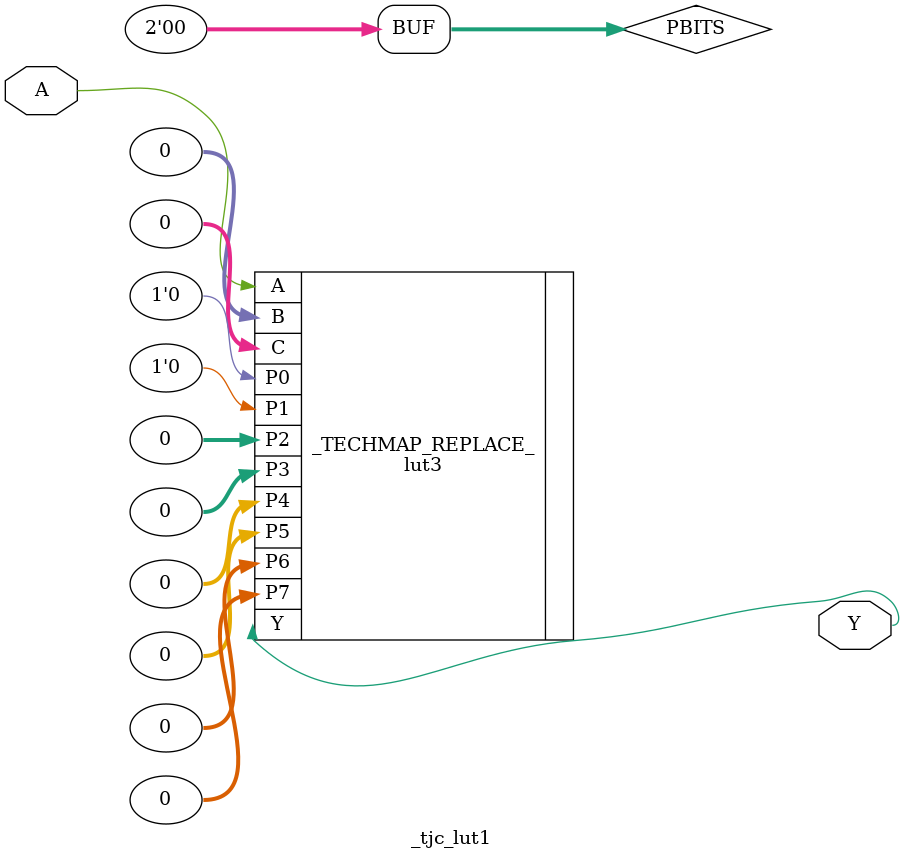
<source format=v>

(* techmap_celltype = "\$lut" *)
module _tjc_lut3 (A, Y);
    parameter LUT = 8'h0;
    parameter WIDTH = 3;
    input [WIDTH-1:0] A;
    output Y;

    wire _TECHMAP_FAIL_ = (WIDTH != 3);

    wire [2**WIDTH-1:0] PBITS = LUT;

    (* LUT=LUT *)
    lut3 _TECHMAP_REPLACE_(.C(A[2]), .B(A[1]), .A(A[0]),
            .P7(PBITS[7]),
            .P6(PBITS[6]),
            .P5(PBITS[5]),
            .P4(PBITS[4]),
            .P3(PBITS[3]),
            .P2(PBITS[2]),
            .P1(PBITS[1]),
            .P0(PBITS[0]),
            .Y(Y));
endmodule


(* techmap_celltype = "\$lut" *)
module _tjc_lut2 (A, Y);
    parameter LUT = 4'h0;
    parameter WIDTH = 2;
    input [WIDTH-1:0] A;
    output Y;

    wire _TECHMAP_FAIL_ = (WIDTH != 2);

    wire [2**WIDTH-1:0] PBITS = LUT;

    (* LUT=LUT *)
    lut3 _TECHMAP_REPLACE_(.C(0), .B(A[1]), .A(A[0]),
            .P7(0),
            .P6(0),
            .P5(0),
            .P4(0),
            .P3(PBITS[3]),
            .P2(PBITS[2]),
            .P1(PBITS[1]),
            .P0(PBITS[0]),
            .Y(Y));
endmodule


(* techmap_celltype = "\$lut" *)
module _tjc_lut1 (A, Y);
    parameter LUT = 2'h0;
    parameter WIDTH = 1;
    input [WIDTH-1:0] A;
    output Y;

    wire _TECHMAP_FAIL_ = (WIDTH != 1);

    wire [2**WIDTH-1:0] PBITS = LUT;

    (* LUT=LUT *)
    lut3 _TECHMAP_REPLACE_(.C(0), .B(0), .A(A[0]),
            .P7(0),
            .P6(0),
            .P5(0),
            .P4(0),
            .P3(0),
            .P2(0),
            .P1(PBITS[1]),
            .P0(PBITS[0]),
            .Y(Y));
endmodule


</source>
